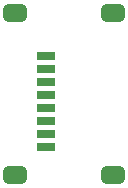
<source format=gbr>
%TF.GenerationSoftware,KiCad,Pcbnew,7.0.11-rc3*%
%TF.CreationDate,2025-03-16T23:23:52+08:00*%
%TF.ProjectId,BMS_Master,424d535f-4d61-4737-9465-722e6b696361,V1.3*%
%TF.SameCoordinates,Original*%
%TF.FileFunction,Paste,Bot*%
%TF.FilePolarity,Positive*%
%FSLAX46Y46*%
G04 Gerber Fmt 4.6, Leading zero omitted, Abs format (unit mm)*
G04 Created by KiCad (PCBNEW 7.0.11-rc3) date 2025-03-16 23:23:52*
%MOMM*%
%LPD*%
G01*
G04 APERTURE LIST*
G04 Aperture macros list*
%AMRoundRect*
0 Rectangle with rounded corners*
0 $1 Rounding radius*
0 $2 $3 $4 $5 $6 $7 $8 $9 X,Y pos of 4 corners*
0 Add a 4 corners polygon primitive as box body*
4,1,4,$2,$3,$4,$5,$6,$7,$8,$9,$2,$3,0*
0 Add four circle primitives for the rounded corners*
1,1,$1+$1,$2,$3*
1,1,$1+$1,$4,$5*
1,1,$1+$1,$6,$7*
1,1,$1+$1,$8,$9*
0 Add four rect primitives between the rounded corners*
20,1,$1+$1,$2,$3,$4,$5,0*
20,1,$1+$1,$4,$5,$6,$7,0*
20,1,$1+$1,$6,$7,$8,$9,0*
20,1,$1+$1,$8,$9,$2,$3,0*%
G04 Aperture macros list end*
%ADD10R,1.500000X0.800000*%
%ADD11RoundRect,0.362500X-0.637500X0.362500X-0.637500X-0.362500X0.637500X-0.362500X0.637500X0.362500X0*%
G04 APERTURE END LIST*
D10*
%TO.C,J8*%
X71100000Y-65300000D03*
X71100000Y-66400000D03*
X71100000Y-67500000D03*
X71100000Y-68600000D03*
X71100000Y-69700000D03*
X71100000Y-70800000D03*
X71100000Y-71900000D03*
X71100000Y-73000000D03*
D11*
X76800000Y-61630000D03*
X68500000Y-61630000D03*
X76800000Y-75380000D03*
X68500000Y-75380000D03*
%TD*%
M02*

</source>
